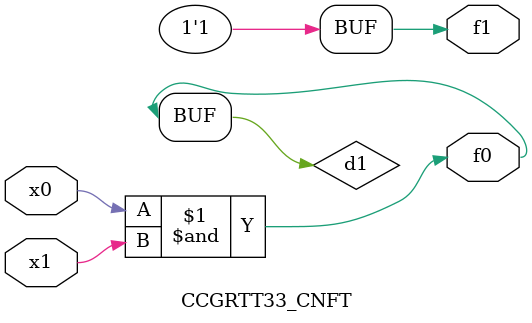
<source format=v>
module CCGRTT33_CNFT(
	input x0, x1,
	output f0, f1
);

	wire d1;

	assign f0 = d1;
	and (d1, x0, x1);
	assign f1 = 1'b1;
endmodule

</source>
